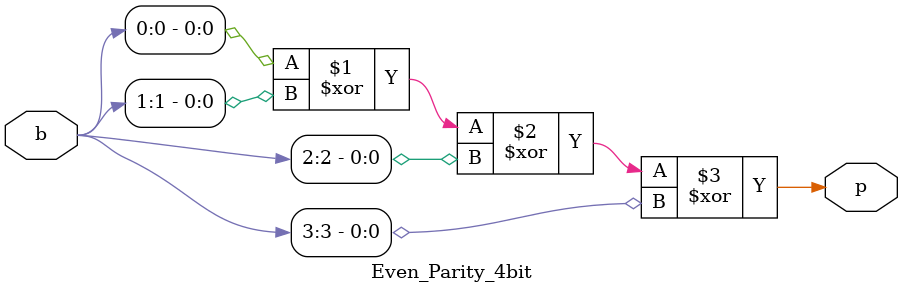
<source format=v>
`timescale 1ns / 1ps


module Even_Parity_4bit(b,p);
  input [3:0]b;
  output p;
  
  assign p=b[0]^b[1]^b[2]^b[3];
endmodule

</source>
